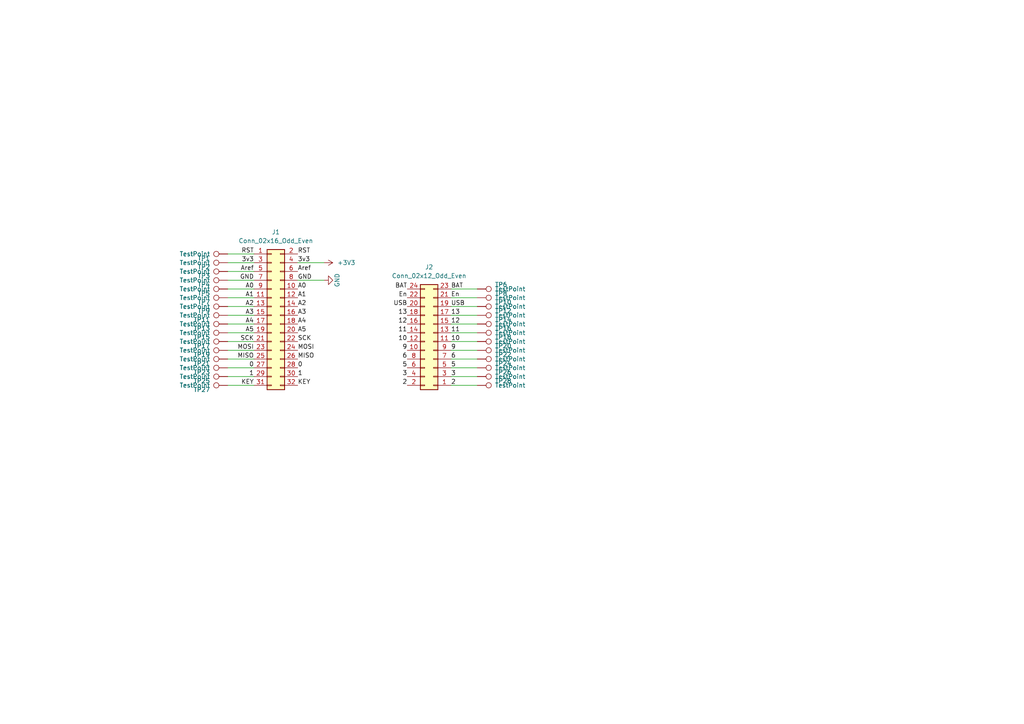
<source format=kicad_sch>
(kicad_sch (version 20200828) (generator eeschema)
  (page 2 3)
  (paper "A4")
  (title_block (title "Feather wing") (date "2020-10-05") (company "@thomasflummer") (comment 1 "CC-BY-SA"))
  (lib_symbols
    (symbol "Connector:TestPoint" (pin_numbers hide) (pin_names (offset 0.762) hide)
      (property "Reference" "TP" (at 0 6.858 0))
      (property "Value" "TestPoint" (at 0 5.08 0))
      (symbol "TestPoint_0_1"
        (circle (center 0 3.302) (radius 0.762))
      )
      (symbol "TestPoint_1_1"
        (pin passive line (at 0 0 90) (length 2.54) (name "1") (number "1"))
      )
    )
    (symbol "Connector_Generic:Conn_02x12_Odd_Even" (pin_names (offset 1.016) hide)
      (property "Reference" "J" (at 1.27 15.24 0))
      (property "Value" "Conn_02x12_Odd_Even" (at 1.27 -17.78 0))
      (symbol "Conn_02x12_Odd_Even_1_1"
        (rectangle (start -1.27 -4.953) (end 0 -5.207) (stroke (width 0.1524)))
        (rectangle (start -1.27 -7.493) (end 0 -7.747) (stroke (width 0.1524)))
        (rectangle (start -1.27 -10.033) (end 0 -10.287) (stroke (width 0.1524)))
        (rectangle (start -1.27 -12.573) (end 0 -12.827) (stroke (width 0.1524)))
        (rectangle (start -1.27 -15.113) (end 0 -15.367) (stroke (width 0.1524)))
        (rectangle (start -1.27 -2.413) (end 0 -2.667) (stroke (width 0.1524)))
        (rectangle (start -1.27 2.667) (end 0 2.413) (stroke (width 0.1524)))
        (rectangle (start -1.27 5.207) (end 0 4.953) (stroke (width 0.1524)))
        (rectangle (start -1.27 7.747) (end 0 7.493) (stroke (width 0.1524)))
        (rectangle (start -1.27 10.287) (end 0 10.033) (stroke (width 0.1524)))
        (rectangle (start -1.27 0.127) (end 0 -0.127) (stroke (width 0.1524)))
        (rectangle (start -1.27 12.827) (end 0 12.573) (stroke (width 0.1524)))
        (rectangle (start -1.27 13.97) (end 3.81 -16.51) (stroke (width 0.254)) (fill (type background)))
        (rectangle (start 3.81 -4.953) (end 2.54 -5.207) (stroke (width 0.1524)))
        (rectangle (start 3.81 -7.493) (end 2.54 -7.747) (stroke (width 0.1524)))
        (rectangle (start 3.81 -10.033) (end 2.54 -10.287) (stroke (width 0.1524)))
        (rectangle (start 3.81 -12.573) (end 2.54 -12.827) (stroke (width 0.1524)))
        (rectangle (start 3.81 -15.113) (end 2.54 -15.367) (stroke (width 0.1524)))
        (rectangle (start 3.81 -2.413) (end 2.54 -2.667) (stroke (width 0.1524)))
        (rectangle (start 3.81 2.667) (end 2.54 2.413) (stroke (width 0.1524)))
        (rectangle (start 3.81 5.207) (end 2.54 4.953) (stroke (width 0.1524)))
        (rectangle (start 3.81 7.747) (end 2.54 7.493) (stroke (width 0.1524)))
        (rectangle (start 3.81 10.287) (end 2.54 10.033) (stroke (width 0.1524)))
        (rectangle (start 3.81 0.127) (end 2.54 -0.127) (stroke (width 0.1524)))
        (rectangle (start 3.81 12.827) (end 2.54 12.573) (stroke (width 0.1524)))
        (pin passive line (at -5.08 12.7 0) (length 3.81) (name "Pin_1") (number "1"))
        (pin passive line (at 7.62 2.54 180) (length 3.81) (name "Pin_10") (number "10"))
        (pin passive line (at -5.08 0 0) (length 3.81) (name "Pin_11") (number "11"))
        (pin passive line (at 7.62 0 180) (length 3.81) (name "Pin_12") (number "12"))
        (pin passive line (at -5.08 -2.54 0) (length 3.81) (name "Pin_13") (number "13"))
        (pin passive line (at 7.62 -2.54 180) (length 3.81) (name "Pin_14") (number "14"))
        (pin passive line (at -5.08 -5.08 0) (length 3.81) (name "Pin_15") (number "15"))
        (pin passive line (at 7.62 -5.08 180) (length 3.81) (name "Pin_16") (number "16"))
        (pin passive line (at -5.08 -7.62 0) (length 3.81) (name "Pin_17") (number "17"))
        (pin passive line (at 7.62 -7.62 180) (length 3.81) (name "Pin_18") (number "18"))
        (pin passive line (at -5.08 -10.16 0) (length 3.81) (name "Pin_19") (number "19"))
        (pin passive line (at 7.62 12.7 180) (length 3.81) (name "Pin_2") (number "2"))
        (pin passive line (at 7.62 -10.16 180) (length 3.81) (name "Pin_20") (number "20"))
        (pin passive line (at -5.08 -12.7 0) (length 3.81) (name "Pin_21") (number "21"))
        (pin passive line (at 7.62 -12.7 180) (length 3.81) (name "Pin_22") (number "22"))
        (pin passive line (at -5.08 -15.24 0) (length 3.81) (name "Pin_23") (number "23"))
        (pin passive line (at 7.62 -15.24 180) (length 3.81) (name "Pin_24") (number "24"))
        (pin passive line (at -5.08 10.16 0) (length 3.81) (name "Pin_3") (number "3"))
        (pin passive line (at 7.62 10.16 180) (length 3.81) (name "Pin_4") (number "4"))
        (pin passive line (at -5.08 7.62 0) (length 3.81) (name "Pin_5") (number "5"))
        (pin passive line (at 7.62 7.62 180) (length 3.81) (name "Pin_6") (number "6"))
        (pin passive line (at -5.08 5.08 0) (length 3.81) (name "Pin_7") (number "7"))
        (pin passive line (at 7.62 5.08 180) (length 3.81) (name "Pin_8") (number "8"))
        (pin passive line (at -5.08 2.54 0) (length 3.81) (name "Pin_9") (number "9"))
      )
    )
    (symbol "Connector_Generic:Conn_02x16_Odd_Even" (pin_names (offset 1.016) hide)
      (property "Reference" "J" (at 1.27 20.32 0))
      (property "Value" "Conn_02x16_Odd_Even" (at 1.27 -22.86 0))
      (symbol "Conn_02x16_Odd_Even_1_1"
        (rectangle (start -1.27 -4.953) (end 0 -5.207) (stroke (width 0.1524)))
        (rectangle (start -1.27 -7.493) (end 0 -7.747) (stroke (width 0.1524)))
        (rectangle (start -1.27 -10.033) (end 0 -10.287) (stroke (width 0.1524)))
        (rectangle (start -1.27 -12.573) (end 0 -12.827) (stroke (width 0.1524)))
        (rectangle (start -1.27 -15.113) (end 0 -15.367) (stroke (width 0.1524)))
        (rectangle (start -1.27 -17.653) (end 0 -17.907) (stroke (width 0.1524)))
        (rectangle (start -1.27 -20.193) (end 0 -20.447) (stroke (width 0.1524)))
        (rectangle (start -1.27 -2.413) (end 0 -2.667) (stroke (width 0.1524)))
        (rectangle (start -1.27 2.667) (end 0 2.413) (stroke (width 0.1524)))
        (rectangle (start -1.27 5.207) (end 0 4.953) (stroke (width 0.1524)))
        (rectangle (start -1.27 7.747) (end 0 7.493) (stroke (width 0.1524)))
        (rectangle (start -1.27 10.287) (end 0 10.033) (stroke (width 0.1524)))
        (rectangle (start -1.27 0.127) (end 0 -0.127) (stroke (width 0.1524)))
        (rectangle (start -1.27 12.827) (end 0 12.573) (stroke (width 0.1524)))
        (rectangle (start -1.27 15.367) (end 0 15.113) (stroke (width 0.1524)))
        (rectangle (start -1.27 17.907) (end 0 17.653) (stroke (width 0.1524)))
        (rectangle (start -1.27 19.05) (end 3.81 -21.59) (stroke (width 0.254)) (fill (type background)))
        (rectangle (start 3.81 -4.953) (end 2.54 -5.207) (stroke (width 0.1524)))
        (rectangle (start 3.81 -7.493) (end 2.54 -7.747) (stroke (width 0.1524)))
        (rectangle (start 3.81 -10.033) (end 2.54 -10.287) (stroke (width 0.1524)))
        (rectangle (start 3.81 -12.573) (end 2.54 -12.827) (stroke (width 0.1524)))
        (rectangle (start 3.81 -15.113) (end 2.54 -15.367) (stroke (width 0.1524)))
        (rectangle (start 3.81 -17.653) (end 2.54 -17.907) (stroke (width 0.1524)))
        (rectangle (start 3.81 -20.193) (end 2.54 -20.447) (stroke (width 0.1524)))
        (rectangle (start 3.81 -2.413) (end 2.54 -2.667) (stroke (width 0.1524)))
        (rectangle (start 3.81 2.667) (end 2.54 2.413) (stroke (width 0.1524)))
        (rectangle (start 3.81 5.207) (end 2.54 4.953) (stroke (width 0.1524)))
        (rectangle (start 3.81 7.747) (end 2.54 7.493) (stroke (width 0.1524)))
        (rectangle (start 3.81 10.287) (end 2.54 10.033) (stroke (width 0.1524)))
        (rectangle (start 3.81 0.127) (end 2.54 -0.127) (stroke (width 0.1524)))
        (rectangle (start 3.81 12.827) (end 2.54 12.573) (stroke (width 0.1524)))
        (rectangle (start 3.81 15.367) (end 2.54 15.113) (stroke (width 0.1524)))
        (rectangle (start 3.81 17.907) (end 2.54 17.653) (stroke (width 0.1524)))
        (pin passive line (at -5.08 17.78 0) (length 3.81) (name "Pin_1") (number "1"))
        (pin passive line (at 7.62 7.62 180) (length 3.81) (name "Pin_10") (number "10"))
        (pin passive line (at -5.08 5.08 0) (length 3.81) (name "Pin_11") (number "11"))
        (pin passive line (at 7.62 5.08 180) (length 3.81) (name "Pin_12") (number "12"))
        (pin passive line (at -5.08 2.54 0) (length 3.81) (name "Pin_13") (number "13"))
        (pin passive line (at 7.62 2.54 180) (length 3.81) (name "Pin_14") (number "14"))
        (pin passive line (at -5.08 0 0) (length 3.81) (name "Pin_15") (number "15"))
        (pin passive line (at 7.62 0 180) (length 3.81) (name "Pin_16") (number "16"))
        (pin passive line (at -5.08 -2.54 0) (length 3.81) (name "Pin_17") (number "17"))
        (pin passive line (at 7.62 -2.54 180) (length 3.81) (name "Pin_18") (number "18"))
        (pin passive line (at -5.08 -5.08 0) (length 3.81) (name "Pin_19") (number "19"))
        (pin passive line (at 7.62 17.78 180) (length 3.81) (name "Pin_2") (number "2"))
        (pin passive line (at 7.62 -5.08 180) (length 3.81) (name "Pin_20") (number "20"))
        (pin passive line (at -5.08 -7.62 0) (length 3.81) (name "Pin_21") (number "21"))
        (pin passive line (at 7.62 -7.62 180) (length 3.81) (name "Pin_22") (number "22"))
        (pin passive line (at -5.08 -10.16 0) (length 3.81) (name "Pin_23") (number "23"))
        (pin passive line (at 7.62 -10.16 180) (length 3.81) (name "Pin_24") (number "24"))
        (pin passive line (at -5.08 -12.7 0) (length 3.81) (name "Pin_25") (number "25"))
        (pin passive line (at 7.62 -12.7 180) (length 3.81) (name "Pin_26") (number "26"))
        (pin passive line (at -5.08 -15.24 0) (length 3.81) (name "Pin_27") (number "27"))
        (pin passive line (at 7.62 -15.24 180) (length 3.81) (name "Pin_28") (number "28"))
        (pin passive line (at -5.08 -17.78 0) (length 3.81) (name "Pin_29") (number "29"))
        (pin passive line (at -5.08 15.24 0) (length 3.81) (name "Pin_3") (number "3"))
        (pin passive line (at 7.62 -17.78 180) (length 3.81) (name "Pin_30") (number "30"))
        (pin passive line (at -5.08 -20.32 0) (length 3.81) (name "Pin_31") (number "31"))
        (pin passive line (at 7.62 -20.32 180) (length 3.81) (name "Pin_32") (number "32"))
        (pin passive line (at 7.62 15.24 180) (length 3.81) (name "Pin_4") (number "4"))
        (pin passive line (at -5.08 12.7 0) (length 3.81) (name "Pin_5") (number "5"))
        (pin passive line (at 7.62 12.7 180) (length 3.81) (name "Pin_6") (number "6"))
        (pin passive line (at -5.08 10.16 0) (length 3.81) (name "Pin_7") (number "7"))
        (pin passive line (at 7.62 10.16 180) (length 3.81) (name "Pin_8") (number "8"))
        (pin passive line (at -5.08 7.62 0) (length 3.81) (name "Pin_9") (number "9"))
      )
    )
    (symbol "power:+3V3" (power) (pin_names (offset 0))
      (property "Value" "+3V3" (at 0 3.556 0))
      (symbol "+3V3_0_1"
        (polyline (pts (xy -0.762 1.27) (xy 0 2.54)))
        (polyline (pts (xy 0 0) (xy 0 2.54)))
        (polyline (pts (xy 0 2.54) (xy 0.762 1.27)))
      )
      (symbol "+3V3_1_1"
        (pin power_in line (at 0 0 90) (length 0) hide (name "+3V3") (number "1"))
      )
    )
    (symbol "schematic:GND" (power) (pin_names (offset 0))
      (property "Value" "GND" (at 0 -3.81 0))
      (symbol "GND_0_1"
        (polyline (pts (xy 0 0) (xy 0 -1.27) (xy 1.27 -1.27) (xy 0 -2.54) (xy -1.27 -1.27) (xy 0 -1.27)))
      )
      (symbol "GND_1_1"
        (pin power_in line (at 0 0 270) (length 0) hide (name "GND") (number "1"))
      )
    )
  )
  (wire (pts (xy 66.04 73.66) (xy 73.66 73.66)))
  (wire (pts (xy 66.04 76.2) (xy 73.66 76.2)))
  (wire (pts (xy 66.04 78.74) (xy 73.66 78.74)))
  (wire (pts (xy 66.04 81.28) (xy 73.66 81.28)))
  (wire (pts (xy 66.04 83.82) (xy 73.66 83.82)))
  (wire (pts (xy 66.04 86.36) (xy 73.66 86.36)))
  (wire (pts (xy 66.04 88.9) (xy 73.66 88.9)))
  (wire (pts (xy 66.04 91.44) (xy 73.66 91.44)))
  (wire (pts (xy 66.04 93.98) (xy 73.66 93.98)))
  (wire (pts (xy 66.04 96.52) (xy 73.66 96.52)))
  (wire (pts (xy 66.04 99.06) (xy 73.66 99.06)))
  (wire (pts (xy 66.04 101.6) (xy 73.66 101.6)))
  (wire (pts (xy 66.04 104.14) (xy 73.66 104.14)))
  (wire (pts (xy 66.04 106.68) (xy 73.66 106.68)))
  (wire (pts (xy 66.04 109.22) (xy 73.66 109.22)))
  (wire (pts (xy 66.04 111.76) (xy 73.66 111.76)))
  (wire (pts (xy 86.36 76.2) (xy 93.98 76.2)))
  (wire (pts (xy 86.36 81.28) (xy 93.98 81.28)))
  (wire (pts (xy 130.81 83.82) (xy 138.43 83.82)))
  (wire (pts (xy 130.81 86.36) (xy 138.43 86.36)))
  (wire (pts (xy 130.81 88.9) (xy 138.43 88.9)))
  (wire (pts (xy 130.81 91.44) (xy 138.43 91.44)))
  (wire (pts (xy 130.81 93.98) (xy 138.43 93.98)))
  (wire (pts (xy 130.81 96.52) (xy 138.43 96.52)))
  (wire (pts (xy 130.81 99.06) (xy 138.43 99.06)))
  (wire (pts (xy 130.81 101.6) (xy 138.43 101.6)))
  (wire (pts (xy 130.81 104.14) (xy 138.43 104.14)))
  (wire (pts (xy 130.81 106.68) (xy 138.43 106.68)))
  (wire (pts (xy 130.81 109.22) (xy 138.43 109.22)))
  (wire (pts (xy 130.81 111.76) (xy 138.43 111.76)))
  (label "RST" (at 73.66 73.66 180))
  (label "3v3" (at 73.66 76.2 180))
  (label "Aref" (at 73.66 78.74 180))
  (label "GND" (at 73.66 81.28 180))
  (label "A0" (at 73.66 83.82 180))
  (label "A1" (at 73.66 86.36 180))
  (label "A2" (at 73.66 88.9 180))
  (label "A3" (at 73.66 91.44 180))
  (label "A4" (at 73.66 93.98 180))
  (label "A5" (at 73.66 96.52 180))
  (label "SCK" (at 73.66 99.06 180))
  (label "MOSI" (at 73.66 101.6 180))
  (label "MISO" (at 73.66 104.14 180))
  (label "0" (at 73.66 106.68 180))
  (label "1" (at 73.66 109.22 180))
  (label "KEY" (at 73.66 111.76 180))
  (label "RST" (at 86.36 73.66 0))
  (label "3v3" (at 86.36 76.2 0))
  (label "Aref" (at 86.36 78.74 0))
  (label "GND" (at 86.36 81.28 0))
  (label "A0" (at 86.36 83.82 0))
  (label "A1" (at 86.36 86.36 0))
  (label "A2" (at 86.36 88.9 0))
  (label "A3" (at 86.36 91.44 0))
  (label "A4" (at 86.36 93.98 0))
  (label "A5" (at 86.36 96.52 0))
  (label "SCK" (at 86.36 99.06 0))
  (label "MOSI" (at 86.36 101.6 0))
  (label "MISO" (at 86.36 104.14 0))
  (label "0" (at 86.36 106.68 0))
  (label "1" (at 86.36 109.22 0))
  (label "KEY" (at 86.36 111.76 0))
  (label "BAT" (at 118.11 83.82 180))
  (label "En" (at 118.11 86.36 180))
  (label "USB" (at 118.11 88.9 180))
  (label "13" (at 118.11 91.44 180))
  (label "12" (at 118.11 93.98 180))
  (label "11" (at 118.11 96.52 180))
  (label "10" (at 118.11 99.06 180))
  (label "9" (at 118.11 101.6 180))
  (label "6" (at 118.11 104.14 180))
  (label "5" (at 118.11 106.68 180))
  (label "3" (at 118.11 109.22 180))
  (label "2" (at 118.11 111.76 180))
  (label "BAT" (at 130.81 83.82 0))
  (label "En" (at 130.81 86.36 0))
  (label "USB" (at 130.81 88.9 0))
  (label "13" (at 130.81 91.44 0))
  (label "12" (at 130.81 93.98 0))
  (label "11" (at 130.81 96.52 0))
  (label "10" (at 130.81 99.06 0))
  (label "9" (at 130.81 101.6 0))
  (label "6" (at 130.81 104.14 0))
  (label "5" (at 130.81 106.68 0))
  (label "3" (at 130.81 109.22 0))
  (label "2" (at 130.81 111.76 0))
  (symbol (lib_id "Connector:TestPoint") (at 66.04 73.66 90) (unit 1)
    (property "Reference" "TP1" (at 60.96 74.93 90) (effects (justify left)))
    (property "Value" "TestPoint" (at 60.96 73.66 90) (effects (justify left)))
    (property "Footprint" "TestPoint:TestPoint_Pad_D1.5mm" (effects hide))
  )
  (symbol (lib_id "Connector:TestPoint") (at 66.04 76.2 90) (unit 1)
    (property "Reference" "TP2" (at 60.96 77.47 90) (effects (justify left)))
    (property "Value" "TestPoint" (at 60.96 76.2 90) (effects (justify left)))
    (property "Footprint" "TestPoint:TestPoint_Pad_D1.5mm" (effects hide))
  )
  (symbol (lib_id "Connector:TestPoint") (at 66.04 78.74 90) (unit 1)
    (property "Reference" "TP3" (at 60.96 80.01 90) (effects (justify left)))
    (property "Value" "TestPoint" (at 60.96 78.74 90) (effects (justify left)))
    (property "Footprint" "TestPoint:TestPoint_Pad_D1.5mm" (effects hide))
  )
  (symbol (lib_id "Connector:TestPoint") (at 66.04 81.28 90) (unit 1)
    (property "Reference" "TP4" (at 60.96 82.55 90) (effects (justify left)))
    (property "Value" "TestPoint" (at 60.96 81.28 90) (effects (justify left)))
    (property "Footprint" "TestPoint:TestPoint_Pad_D1.5mm" (effects hide))
  )
  (symbol (lib_id "Connector:TestPoint") (at 66.04 83.82 90) (unit 1)
    (property "Reference" "TP5" (at 60.96 85.09 90) (effects (justify left)))
    (property "Value" "TestPoint" (at 60.96 83.82 90) (effects (justify left)))
    (property "Footprint" "TestPoint:TestPoint_Pad_D1.5mm" (effects hide))
  )
  (symbol (lib_id "Connector:TestPoint") (at 66.04 86.36 90) (unit 1)
    (property "Reference" "TP7" (at 60.96 87.63 90) (effects (justify left)))
    (property "Value" "TestPoint" (at 60.96 86.36 90) (effects (justify left)))
    (property "Footprint" "TestPoint:TestPoint_Pad_D1.5mm" (effects hide))
  )
  (symbol (lib_id "Connector:TestPoint") (at 66.04 88.9 90) (unit 1)
    (property "Reference" "TP9" (at 60.96 90.17 90) (effects (justify left)))
    (property "Value" "TestPoint" (at 60.96 88.9 90) (effects (justify left)))
    (property "Footprint" "TestPoint:TestPoint_Pad_D1.5mm" (effects hide))
  )
  (symbol (lib_id "Connector:TestPoint") (at 66.04 91.44 90) (unit 1)
    (property "Reference" "TP11" (at 60.96 92.71 90) (effects (justify left)))
    (property "Value" "TestPoint" (at 60.96 91.44 90) (effects (justify left)))
    (property "Footprint" "TestPoint:TestPoint_Pad_D1.5mm" (effects hide))
  )
  (symbol (lib_id "Connector:TestPoint") (at 66.04 93.98 90) (unit 1)
    (property "Reference" "TP13" (at 60.96 95.25 90) (effects (justify left)))
    (property "Value" "TestPoint" (at 60.96 93.98 90) (effects (justify left)))
    (property "Footprint" "TestPoint:TestPoint_Pad_D1.5mm" (effects hide))
  )
  (symbol (lib_id "Connector:TestPoint") (at 66.04 96.52 90) (unit 1)
    (property "Reference" "TP15" (at 60.96 97.79 90) (effects (justify left)))
    (property "Value" "TestPoint" (at 60.96 96.52 90) (effects (justify left)))
    (property "Footprint" "TestPoint:TestPoint_Pad_D1.5mm" (effects hide))
  )
  (symbol (lib_id "Connector:TestPoint") (at 66.04 99.06 90) (unit 1)
    (property "Reference" "TP17" (at 60.96 100.33 90) (effects (justify left)))
    (property "Value" "TestPoint" (at 60.96 99.06 90) (effects (justify left)))
    (property "Footprint" "TestPoint:TestPoint_Pad_D1.5mm" (effects hide))
  )
  (symbol (lib_id "Connector:TestPoint") (at 66.04 101.6 90) (unit 1)
    (property "Reference" "TP19" (at 60.96 102.87 90) (effects (justify left)))
    (property "Value" "TestPoint" (at 60.96 101.6 90) (effects (justify left)))
    (property "Footprint" "TestPoint:TestPoint_Pad_D1.5mm" (effects hide))
  )
  (symbol (lib_id "Connector:TestPoint") (at 66.04 104.14 90) (unit 1)
    (property "Reference" "TP21" (at 60.96 105.41 90) (effects (justify left)))
    (property "Value" "TestPoint" (at 60.96 104.14 90) (effects (justify left)))
    (property "Footprint" "TestPoint:TestPoint_Pad_D1.5mm" (effects hide))
  )
  (symbol (lib_id "Connector:TestPoint") (at 66.04 106.68 90) (unit 1)
    (property "Reference" "TP23" (at 60.96 107.95 90) (effects (justify left)))
    (property "Value" "TestPoint" (at 60.96 106.68 90) (effects (justify left)))
    (property "Footprint" "TestPoint:TestPoint_Pad_D1.5mm" (effects hide))
  )
  (symbol (lib_id "Connector:TestPoint") (at 66.04 109.22 90) (unit 1)
    (property "Reference" "TP25" (at 60.96 110.49 90) (effects (justify left)))
    (property "Value" "TestPoint" (at 60.96 109.22 90) (effects (justify left)))
    (property "Footprint" "TestPoint:TestPoint_Pad_D1.5mm" (effects hide))
  )
  (symbol (lib_id "Connector:TestPoint") (at 66.04 111.76 90) (unit 1)
    (property "Reference" "TP27" (at 60.96 113.03 90) (effects (justify left)))
    (property "Value" "TestPoint" (at 60.96 111.76 90) (effects (justify left)))
    (property "Footprint" "TestPoint:TestPoint_Pad_D1.5mm" (effects hide))
  )
  (symbol (lib_id "Connector:TestPoint") (at 138.43 83.82 270) (unit 1)
    (property "Reference" "TP6" (at 143.51 82.55 90) (effects (justify left)))
    (property "Value" "TestPoint" (at 143.51 83.82 90) (effects (justify left)))
    (property "Footprint" "TestPoint:TestPoint_Pad_D1.5mm" (effects hide))
  )
  (symbol (lib_id "Connector:TestPoint") (at 138.43 86.36 270) (unit 1)
    (property "Reference" "TP8" (at 143.51 85.09 90) (effects (justify left)))
    (property "Value" "TestPoint" (at 143.51 86.36 90) (effects (justify left)))
    (property "Footprint" "TestPoint:TestPoint_Pad_D1.5mm" (effects hide))
  )
  (symbol (lib_id "Connector:TestPoint") (at 138.43 88.9 270) (unit 1)
    (property "Reference" "TP10" (at 143.51 87.63 90) (effects (justify left)))
    (property "Value" "TestPoint" (at 143.51 88.9 90) (effects (justify left)))
    (property "Footprint" "TestPoint:TestPoint_Pad_D1.5mm" (effects hide))
  )
  (symbol (lib_id "Connector:TestPoint") (at 138.43 91.44 270) (unit 1)
    (property "Reference" "TP12" (at 143.51 90.17 90) (effects (justify left)))
    (property "Value" "TestPoint" (at 143.51 91.44 90) (effects (justify left)))
    (property "Footprint" "TestPoint:TestPoint_Pad_D1.5mm" (effects hide))
  )
  (symbol (lib_id "Connector:TestPoint") (at 138.43 93.98 270) (unit 1)
    (property "Reference" "TP14" (at 143.51 92.71 90) (effects (justify left)))
    (property "Value" "TestPoint" (at 143.51 93.98 90) (effects (justify left)))
    (property "Footprint" "TestPoint:TestPoint_Pad_D1.5mm" (effects hide))
  )
  (symbol (lib_id "Connector:TestPoint") (at 138.43 96.52 270) (unit 1)
    (property "Reference" "TP16" (at 143.51 95.25 90) (effects (justify left)))
    (property "Value" "TestPoint" (at 143.51 96.52 90) (effects (justify left)))
    (property "Footprint" "TestPoint:TestPoint_Pad_D1.5mm" (effects hide))
  )
  (symbol (lib_id "Connector:TestPoint") (at 138.43 99.06 270) (unit 1)
    (property "Reference" "TP18" (at 143.51 97.79 90) (effects (justify left)))
    (property "Value" "TestPoint" (at 143.51 99.06 90) (effects (justify left)))
    (property "Footprint" "TestPoint:TestPoint_Pad_D1.5mm" (effects hide))
  )
  (symbol (lib_id "Connector:TestPoint") (at 138.43 101.6 270) (unit 1)
    (property "Reference" "TP20" (at 143.51 100.33 90) (effects (justify left)))
    (property "Value" "TestPoint" (at 143.51 101.6 90) (effects (justify left)))
    (property "Footprint" "TestPoint:TestPoint_Pad_D1.5mm" (effects hide))
  )
  (symbol (lib_id "Connector:TestPoint") (at 138.43 104.14 270) (unit 1)
    (property "Reference" "TP22" (at 143.51 102.87 90) (effects (justify left)))
    (property "Value" "TestPoint" (at 143.51 104.14 90) (effects (justify left)))
    (property "Footprint" "TestPoint:TestPoint_Pad_D1.5mm" (effects hide))
  )
  (symbol (lib_id "Connector:TestPoint") (at 138.43 106.68 270) (unit 1)
    (property "Reference" "TP24" (at 143.51 105.41 90) (effects (justify left)))
    (property "Value" "TestPoint" (at 143.51 106.68 90) (effects (justify left)))
    (property "Footprint" "TestPoint:TestPoint_Pad_D1.5mm" (effects hide))
  )
  (symbol (lib_id "Connector:TestPoint") (at 138.43 109.22 270) (unit 1)
    (property "Reference" "TP26" (at 143.51 107.95 90) (effects (justify left)))
    (property "Value" "TestPoint" (at 143.51 109.22 90) (effects (justify left)))
    (property "Footprint" "TestPoint:TestPoint_Pad_D1.5mm" (effects hide))
  )
  (symbol (lib_id "Connector:TestPoint") (at 138.43 111.76 270) (unit 1)
    (property "Reference" "TP28" (at 143.51 110.49 90) (effects (justify left)))
    (property "Value" "TestPoint" (at 143.51 111.76 90) (effects (justify left)))
    (property "Footprint" "TestPoint:TestPoint_Pad_D1.5mm" (effects hide))
  )
  (symbol (lib_id "power:+3V3") (at 93.98 76.2 270) (unit 1)
    (property "Reference" "#PWR09" (effects hide))
    (property "Value" "+3V3" (at 97.79 76.2 90) (effects (justify left)))
  )
  (symbol (lib_id "schematic:GND") (at 93.98 81.28 90) (unit 1)
    (property "Reference" "#PWR010" (effects hide))
    (property "Value" "GND" (at 97.79 81.28 0))
  )
  (symbol (lib_id "Connector_Generic:Conn_02x12_Odd_Even") (at 125.73 99.06 180) (unit 1)
    (property "Reference" "J2" (at 124.46 77.47 0))
    (property "Value" "Conn_02x12_Odd_Even" (at 124.46 80.01 0))
    (property "Footprint" "Connector_PinHeader_2.54mm:PinHeader_2x12_P2.54mm_Vertical_SMD" (effects hide))
  )
  (symbol (lib_id "Connector_Generic:Conn_02x16_Odd_Even") (at 78.74 91.44 0) (unit 1)
    (property "Reference" "J1" (at 80.01 67.31 0))
    (property "Value" "Conn_02x16_Odd_Even" (at 80.01 69.85 0))
    (property "Footprint" "Connector_PinHeader_2.54mm:PinHeader_2x16_P2.54mm_Vertical_SMD" (effects hide))
  )
)
</source>
